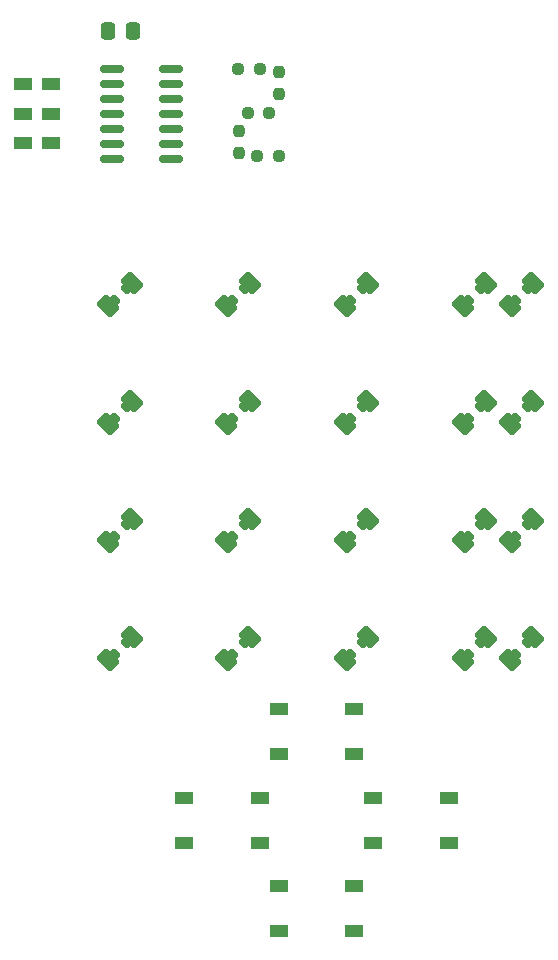
<source format=gbr>
%TF.GenerationSoftware,KiCad,Pcbnew,8.0.5*%
%TF.CreationDate,2025-05-11T18:39:50-04:00*%
%TF.ProjectId,Business_Card,42757369-6e65-4737-935f-436172642e6b,rev?*%
%TF.SameCoordinates,Original*%
%TF.FileFunction,Paste,Bot*%
%TF.FilePolarity,Positive*%
%FSLAX46Y46*%
G04 Gerber Fmt 4.6, Leading zero omitted, Abs format (unit mm)*
G04 Created by KiCad (PCBNEW 8.0.5) date 2025-05-11 18:39:50*
%MOMM*%
%LPD*%
G01*
G04 APERTURE LIST*
G04 Aperture macros list*
%AMRoundRect*
0 Rectangle with rounded corners*
0 $1 Rounding radius*
0 $2 $3 $4 $5 $6 $7 $8 $9 X,Y pos of 4 corners*
0 Add a 4 corners polygon primitive as box body*
4,1,4,$2,$3,$4,$5,$6,$7,$8,$9,$2,$3,0*
0 Add four circle primitives for the rounded corners*
1,1,$1+$1,$2,$3*
1,1,$1+$1,$4,$5*
1,1,$1+$1,$6,$7*
1,1,$1+$1,$8,$9*
0 Add four rect primitives between the rounded corners*
20,1,$1+$1,$2,$3,$4,$5,0*
20,1,$1+$1,$4,$5,$6,$7,0*
20,1,$1+$1,$6,$7,$8,$9,0*
20,1,$1+$1,$8,$9,$2,$3,0*%
G04 Aperture macros list end*
%ADD10RoundRect,0.250000X-0.176777X0.707107X-0.707107X0.176777X0.176777X-0.707107X0.707107X-0.176777X0*%
%ADD11RoundRect,0.218750X-0.026517X0.335876X-0.335876X0.026517X0.026517X-0.335876X0.335876X-0.026517X0*%
%ADD12RoundRect,0.237500X0.237500X-0.250000X0.237500X0.250000X-0.237500X0.250000X-0.237500X-0.250000X0*%
%ADD13RoundRect,0.237500X-0.250000X-0.237500X0.250000X-0.237500X0.250000X0.237500X-0.250000X0.237500X0*%
%ADD14R,1.600000X1.000000*%
%ADD15R,1.600200X0.990600*%
%ADD16RoundRect,0.150000X-0.825000X-0.150000X0.825000X-0.150000X0.825000X0.150000X-0.825000X0.150000X0*%
%ADD17RoundRect,0.237500X0.250000X0.237500X-0.250000X0.237500X-0.250000X-0.237500X0.250000X-0.237500X0*%
%ADD18RoundRect,0.250000X0.337500X0.475000X-0.337500X0.475000X-0.337500X-0.475000X0.337500X-0.475000X0*%
G04 APERTURE END LIST*
D10*
%TO.C,D10*%
X140470761Y-81760660D03*
D11*
X140912703Y-81318718D03*
X142026396Y-80205025D03*
D10*
X142450660Y-79780761D03*
%TD*%
D12*
%TO.C,R4*%
X131500000Y-46987500D03*
X131500000Y-48812500D03*
%TD*%
D10*
%TO.C,D9*%
X140470761Y-91760660D03*
D11*
X140912703Y-91318718D03*
X142026396Y-90205025D03*
D10*
X142450660Y-89780761D03*
%TD*%
%TO.C,D20*%
X120470761Y-61760660D03*
D11*
X120912703Y-61318718D03*
X122026396Y-60205025D03*
D10*
X122450660Y-59780761D03*
%TD*%
%TO.C,D15*%
X130470761Y-71760660D03*
D11*
X130912703Y-71318718D03*
X132026396Y-70205025D03*
D10*
X132450660Y-69780761D03*
%TD*%
%TO.C,D8*%
X150470761Y-61760660D03*
D11*
X150912703Y-61318718D03*
X152026396Y-60205025D03*
D10*
X152450660Y-59780761D03*
%TD*%
D12*
%TO.C,R2*%
X134900000Y-41987500D03*
X134900000Y-43812500D03*
%TD*%
D13*
%TO.C,R5*%
X134912500Y-49100000D03*
X133087500Y-49100000D03*
%TD*%
D10*
%TO.C,D14*%
X130470761Y-81760660D03*
D11*
X130912703Y-81318718D03*
X132026396Y-80205025D03*
D10*
X132450660Y-79780761D03*
%TD*%
D14*
%TO.C,SW2*%
X126900000Y-107200000D03*
X133300000Y-107200000D03*
X126900000Y-103400000D03*
X133300000Y-103400000D03*
%TD*%
D10*
%TO.C,D11*%
X140470761Y-71760660D03*
D11*
X140912703Y-71318718D03*
X142026396Y-70205025D03*
D10*
X142450660Y-69780761D03*
%TD*%
%TO.C,D2*%
X154470761Y-81760660D03*
D11*
X154912703Y-81318718D03*
X156026396Y-80205025D03*
D10*
X156450660Y-79780761D03*
%TD*%
%TO.C,D17*%
X120470761Y-91760660D03*
D11*
X120912703Y-91318718D03*
X122026396Y-90205025D03*
D10*
X122450660Y-89780761D03*
%TD*%
D15*
%TO.C,SSW1*%
X113225900Y-48000000D03*
X113225900Y-45500000D03*
X113225900Y-43000000D03*
X115625900Y-43000000D03*
X115625900Y-45500000D03*
X115625900Y-48000000D03*
%TD*%
D16*
%TO.C,U1*%
X125775000Y-49310000D03*
X125775000Y-48040000D03*
X125775000Y-46770000D03*
X125775000Y-45500000D03*
X125775000Y-44230000D03*
X125775000Y-42960000D03*
X125775000Y-41690000D03*
X120825000Y-41690000D03*
X120825000Y-42960000D03*
X120825000Y-44230000D03*
X120825000Y-45500000D03*
X120825000Y-46770000D03*
X120825000Y-48040000D03*
X120825000Y-49310000D03*
%TD*%
D17*
%TO.C,R3*%
X132287500Y-45400000D03*
X134112500Y-45400000D03*
%TD*%
D10*
%TO.C,D6*%
X150470761Y-81760660D03*
D11*
X150912703Y-81318718D03*
X152026396Y-80205025D03*
D10*
X152450660Y-79780761D03*
%TD*%
D14*
%TO.C,SW4*%
X142900000Y-107200000D03*
X149300000Y-107200000D03*
X142900000Y-103400000D03*
X149300000Y-103400000D03*
%TD*%
D10*
%TO.C,D3*%
X154470761Y-71760660D03*
D11*
X154912703Y-71318718D03*
X156026396Y-70205025D03*
D10*
X156450660Y-69780761D03*
%TD*%
D14*
%TO.C,SW3*%
X134900000Y-114700000D03*
X141300000Y-114700000D03*
X134900000Y-110900000D03*
X141300000Y-110900000D03*
%TD*%
D10*
%TO.C,D16*%
X130470761Y-61760660D03*
D11*
X130912703Y-61318718D03*
X132026396Y-60205025D03*
D10*
X132450660Y-59780761D03*
%TD*%
%TO.C,D12*%
X140470761Y-61760660D03*
D11*
X140912703Y-61318718D03*
X142026396Y-60205025D03*
D10*
X142450660Y-59780761D03*
%TD*%
%TO.C,D1*%
X154470761Y-91760660D03*
D11*
X154912703Y-91318718D03*
X156026396Y-90205025D03*
D10*
X156450660Y-89780761D03*
%TD*%
%TO.C,D5*%
X150470761Y-91760660D03*
D11*
X150912703Y-91318718D03*
X152026396Y-90205025D03*
D10*
X152450660Y-89780761D03*
%TD*%
%TO.C,D7*%
X150470761Y-71760660D03*
D11*
X150912703Y-71318718D03*
X152026396Y-70205025D03*
D10*
X152450660Y-69780761D03*
%TD*%
D17*
%TO.C,R1*%
X131487500Y-41700000D03*
X133312500Y-41700000D03*
%TD*%
D18*
%TO.C,C1*%
X122537500Y-38500000D03*
X120462500Y-38500000D03*
%TD*%
D10*
%TO.C,D19*%
X120470761Y-71760660D03*
D11*
X120912703Y-71318718D03*
X122026396Y-70205025D03*
D10*
X122450660Y-69780761D03*
%TD*%
%TO.C,D13*%
X130470761Y-91760660D03*
D11*
X130912703Y-91318718D03*
X132026396Y-90205025D03*
D10*
X132450660Y-89780761D03*
%TD*%
%TO.C,D4*%
X154470761Y-61760660D03*
D11*
X154912703Y-61318718D03*
X156026396Y-60205025D03*
D10*
X156450660Y-59780761D03*
%TD*%
D14*
%TO.C,SW1*%
X134900000Y-99700000D03*
X141300000Y-99700000D03*
X134900000Y-95900000D03*
X141300000Y-95900000D03*
%TD*%
D10*
%TO.C,D18*%
X120470761Y-81760660D03*
D11*
X120912703Y-81318718D03*
X122026396Y-80205025D03*
D10*
X122450660Y-79780761D03*
%TD*%
M02*

</source>
